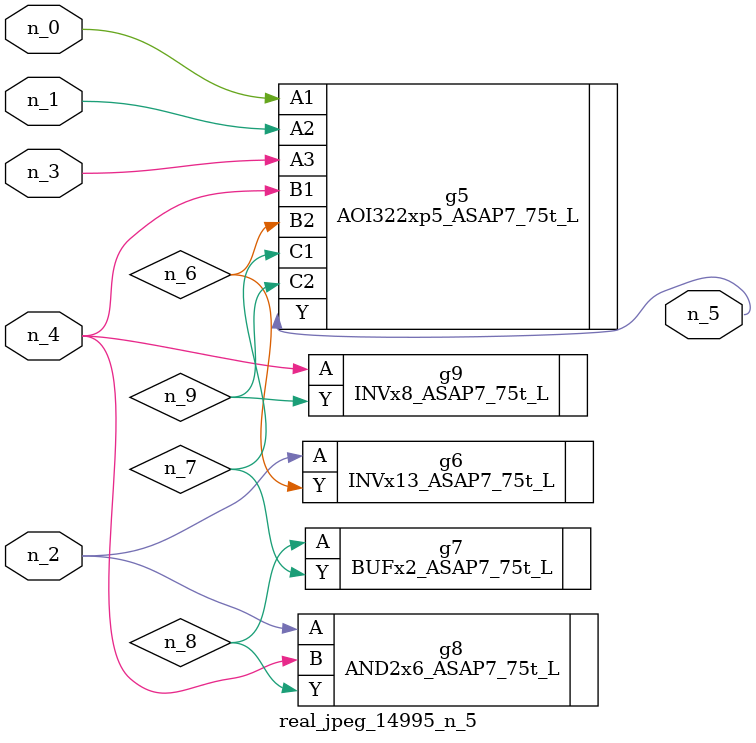
<source format=v>
module real_jpeg_14995_n_5 (n_4, n_0, n_1, n_2, n_3, n_5);

input n_4;
input n_0;
input n_1;
input n_2;
input n_3;

output n_5;

wire n_8;
wire n_6;
wire n_7;
wire n_9;

AOI322xp5_ASAP7_75t_L g5 ( 
.A1(n_0),
.A2(n_1),
.A3(n_3),
.B1(n_4),
.B2(n_6),
.C1(n_7),
.C2(n_9),
.Y(n_5)
);

INVx13_ASAP7_75t_L g6 ( 
.A(n_2),
.Y(n_6)
);

AND2x6_ASAP7_75t_L g8 ( 
.A(n_2),
.B(n_4),
.Y(n_8)
);

INVx8_ASAP7_75t_L g9 ( 
.A(n_4),
.Y(n_9)
);

BUFx2_ASAP7_75t_L g7 ( 
.A(n_8),
.Y(n_7)
);


endmodule
</source>
